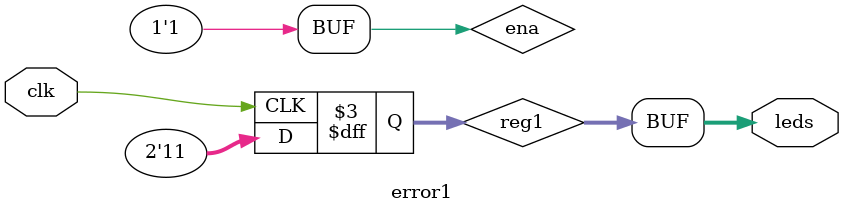
<source format=v>
module error1  (
         input wire clk,            
         output wire [1:0] leds);   
wire ena = 1'b1;
reg [1:0] reg1;
always @(posedge clk)
  reg1 <= 2'b11;
assign leds = (ena) ? reg1 : 2'bzz;
endmodule
</source>
